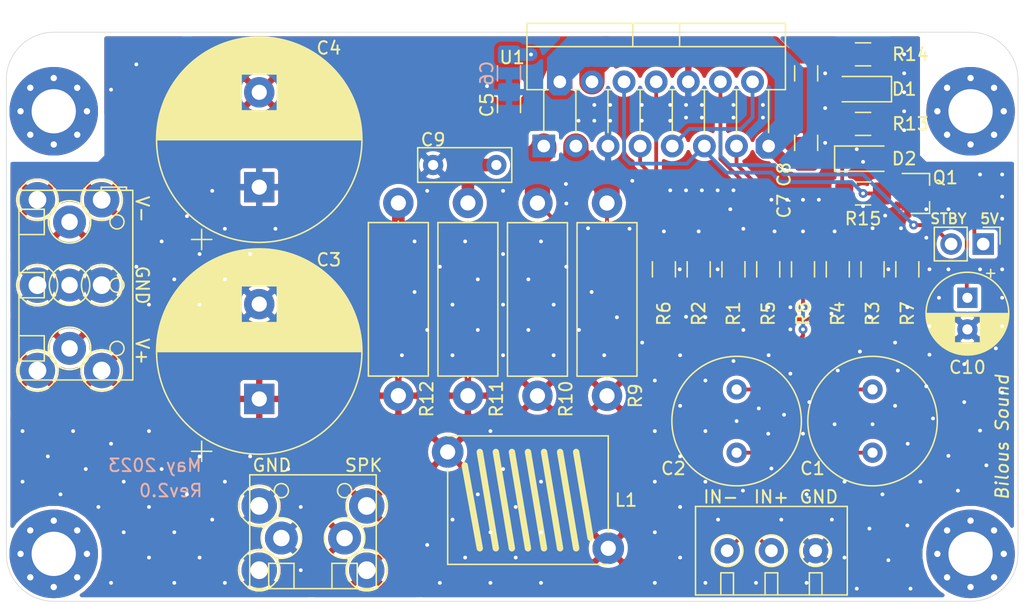
<source format=kicad_pcb>
(kicad_pcb (version 20171130) (host pcbnew "(5.1.6-0)")
  (layers (0 F.Cu signal) (31 B.Cu signal) (34 B.Paste user) (35 F.Paste user) (36 B.SilkS user) (37 F.SilkS user) (38 B.Mask user) (39 F.Mask user) (44 Edge.Cuts user))
  (net 0 "")
  (net 1 /IN+)
  (net 2 "Net-(C1-Pad1)")
  (net 3 /IN-)
  (net 4 "Net-(C2-Pad1)")
  (net 5 GND)
  (net 6 VCC)
  (net 7 VEE)
  (net 8 "Net-(C9-Pad1)")
  (net 9 SPK)
  (net 10 /OUT)
  (net 11 /U1AIN+)
  (net 12 /U1AIN-)
  (net 13 /U1BIN+)
  (net 14 /U1BIN-)
  (net 15 /U1AOUT)
  (net 16 /U1BOUT)
  (net 17 MUTE)
  (net 18 STBY)
  (net 19 /GATE)
  (net 20 /5V_ZENER)
  (module Package_TO_SOT_SMD:SOT-23 (layer F.Cu) (at 149.75 67.75)
    (fp_text reference Q1 (at 2 -1.25) (layer F.SilkS))
    (fp_text value 2N7002)
    (pad 3 smd rect (at 1 0) (size 0.9 0.8) (layers F.Cu F.Paste F.Mask) (net 17 MUTE))
    (pad 2 smd rect (at -1 0.95) (size 0.9 0.8) (layers F.Cu F.Paste F.Mask) (net 5 GND))
    (pad 1 smd rect (at -1 -0.95) (size 0.9 0.8) (layers F.Cu F.Paste F.Mask) (net 19 /GATE))
  )
  (module Diode_SMD:D_SOD-123 (layer F.Cu) (at 145.25 65)
    (fp_text reference D2 (at 3.25 0) (layer F.SilkS))
    (fp_text value 1N4148W)
    (pad 2 smd rect (at 1.65 0) (size 0.9 1.2) (layers F.Cu F.Paste F.Mask) (net 19 /GATE))
    (pad 1 smd rect (at -1.65 0) (size 0.9 1.2) (layers F.Cu F.Paste F.Mask) (net 6 VCC))
  )
  (module Resistor_SMD:R_1206_3216Metric_Pad1.42x1.75mm_HandSolder (layer F.Cu) (at 145.25 67.75 180)
    (fp_text reference R15 (at 0 -2) (layer F.SilkS))
    (fp_text value 10K)
    (pad 2 smd roundrect (at 1.4875 0 180) (size 1.425 1.75) (layers F.Cu F.Paste F.Mask) (roundrect_rratio 0.175439) (net 6 VCC))
    (pad 1 smd roundrect (at -1.4875 0 180) (size 1.425 1.75) (layers F.Cu F.Paste F.Mask) (roundrect_rratio 0.175439) (net 17 MUTE))
  )
  (module Resistor_SMD:R_1206_3216Metric_Pad1.42x1.75mm_HandSolder (layer F.Cu) (at 145.25 56.75)
    (fp_text reference R14 (at 3.75 0) (layer F.SilkS))
    (fp_text value 100K)
    (pad 2 smd roundrect (at 1.4875 0) (size 1.425 1.75) (layers F.Cu F.Paste F.Mask) (roundrect_rratio 0.175439) (net 20 /5V_ZENER))
    (pad 1 smd roundrect (at -1.4875 0) (size 1.425 1.75) (layers F.Cu F.Paste F.Mask) (roundrect_rratio 0.175439) (net 19 /GATE))
  )
  (module Resistor_SMD:R_1206_3216Metric_Pad1.42x1.75mm_HandSolder (layer F.Cu) (at 145.25 62.25 180)
    (fp_text reference R13 (at -3.75 0) (layer F.SilkS))
    (fp_text value 10K)
    (pad 2 smd roundrect (at 1.4875 0 180) (size 1.425 1.75) (layers F.Cu F.Paste F.Mask) (roundrect_rratio 0.175439) (net 6 VCC))
    (pad 1 smd roundrect (at -1.4875 0 180) (size 1.425 1.75) (layers F.Cu F.Paste F.Mask) (roundrect_rratio 0.175439) (net 20 /5V_ZENER))
  )
  (module Connector_PinHeader_2.54mm:PinHeader_1x02_P2.54mm_Vertical (layer F.Cu) (at 154.75 71.75 270)
    (fp_text reference J9)
    (fp_text value STBY)
    (pad 2 thru_hole oval (at 0 2.54 270) (size 1.7 1.7) (drill 1) (layers *.Cu *.Mask) (net 18 STBY))
    (pad 1 thru_hole rect (at 0 0 270) (size 1.7 1.7) (drill 1) (layers *.Cu *.Mask) (net 20 /5V_ZENER))
  )
  (module Diode_SMD:D_SOD-123 (layer F.Cu) (at 145.25 59.5 180)
    (fp_text reference D1 (at -3.25 0) (layer F.SilkS))
    (fp_text value BZT52Bxx)
    (pad 2 smd rect (at 1.65 0 180) (size 0.9 1.2) (layers F.Cu F.Paste F.Mask) (net 5 GND))
    (pad 1 smd rect (at -1.65 0 180) (size 0.9 1.2) (layers F.Cu F.Paste F.Mask) (net 20 /5V_ZENER))
  )
  (module Capacitor_THT:CP_Radial_D6.3mm_P2.50mm (layer F.Cu) (at 153.5 76 270)
    (fp_text reference C10 (at 5.5 0 180) (layer F.SilkS))
    (fp_text value 22uF)
    (pad 2 thru_hole circle (at 2.5 0 270) (size 1.6 1.6) (drill 0.8) (layers *.Cu *.Mask) (net 5 GND))
    (pad 1 thru_hole rect (at 0 0 270) (size 1.6 1.6) (drill 0.8) (layers *.Cu *.Mask) (net 19 /GATE))
  )
  (module Resistor_SMD:R_1206_3216Metric_Pad1.42x1.75mm_HandSolder (layer F.Cu) (at 143.25 73.75 270)
    (fp_text reference R4 (at 3.5 0 90) (layer F.SilkS))
    (fp_text value "2K 0.1%")
    (pad 2 smd roundrect (at 1.4875 0 270) (size 1.425 1.75) (layers F.Cu F.Paste F.Mask) (roundrect_rratio 0.175439) (net 4 "Net-(C2-Pad1)"))
    (pad 1 smd roundrect (at -1.4875 0 270) (size 1.425 1.75) (layers F.Cu F.Paste F.Mask) (roundrect_rratio 0.175439) (net 14 /U1BIN-))
  )
  (module local_lib_footprints:TerminalBlock_CUI_01x02_P5.00mm (layer F.Cu) (at 101.75 95)
    (fp_text reference J2)
    (fp_text value OUTPUT)
    (pad 2 thru_hole circle (at 2.5 0) (size 2.6 2.6) (drill 1.3) (layers *.Cu *.Mask) (net 9 SPK))
    (pad 1 thru_hole circle (at -2.5 0) (size 2.6 2.6) (drill 1.3) (layers *.Cu *.Mask) (net 5 GND))
  )
  (module Resistor_THT:R_Axial_DIN0414_L11.9mm_D4.5mm_P15.24mm_Horizontal (layer F.Cu) (at 125 83.75 90)
    (fp_text reference R9 (at 0 2.25 90) (layer F.SilkS))
    (fp_text value "0R1 2W")
    (pad 2 thru_hole oval (at 15.24 0 90) (size 2.4 2.4) (drill 1.2) (layers *.Cu *.Mask) (net 15 /U1AOUT))
    (pad 1 thru_hole circle (at 0 0 90) (size 2.4 2.4) (drill 1.2) (layers *.Cu *.Mask) (net 10 /OUT))
  )
  (module MountingHole:MountingHole_3.5mm_Pad_Via (layer F.Cu) (at 153.75 96.25)
    (fp_text reference H4)
    (fp_text value MountingHole)
    (pad 1 thru_hole circle (at 1.856155 -1.856155) (size 0.8 0.8) (drill 0.5) (layers *.Cu *.Mask))
    (pad 1 thru_hole circle (at 0 -2.625) (size 0.8 0.8) (drill 0.5) (layers *.Cu *.Mask))
    (pad 1 thru_hole circle (at -1.856155 -1.856155) (size 0.8 0.8) (drill 0.5) (layers *.Cu *.Mask))
    (pad 1 thru_hole circle (at -2.625 0) (size 0.8 0.8) (drill 0.5) (layers *.Cu *.Mask))
    (pad 1 thru_hole circle (at -1.856155 1.856155) (size 0.8 0.8) (drill 0.5) (layers *.Cu *.Mask))
    (pad 1 thru_hole circle (at 0 2.625) (size 0.8 0.8) (drill 0.5) (layers *.Cu *.Mask))
    (pad 1 thru_hole circle (at 1.856155 1.856155) (size 0.8 0.8) (drill 0.5) (layers *.Cu *.Mask))
    (pad 1 thru_hole circle (at 2.625 0) (size 0.8 0.8) (drill 0.5) (layers *.Cu *.Mask))
    (pad 1 thru_hole circle (at 0 0) (size 7 7) (drill 3.5) (layers *.Cu *.Mask))
  )
  (module MountingHole:MountingHole_3.5mm_Pad_Via (layer F.Cu) (at 153.75 61.25)
    (fp_text reference H3)
    (fp_text value MountingHole)
    (pad 1 thru_hole circle (at 1.856155 -1.856155) (size 0.8 0.8) (drill 0.5) (layers *.Cu *.Mask))
    (pad 1 thru_hole circle (at 0 -2.625) (size 0.8 0.8) (drill 0.5) (layers *.Cu *.Mask))
    (pad 1 thru_hole circle (at -1.856155 -1.856155) (size 0.8 0.8) (drill 0.5) (layers *.Cu *.Mask))
    (pad 1 thru_hole circle (at -2.625 0) (size 0.8 0.8) (drill 0.5) (layers *.Cu *.Mask))
    (pad 1 thru_hole circle (at -1.856155 1.856155) (size 0.8 0.8) (drill 0.5) (layers *.Cu *.Mask))
    (pad 1 thru_hole circle (at 0 2.625) (size 0.8 0.8) (drill 0.5) (layers *.Cu *.Mask))
    (pad 1 thru_hole circle (at 1.856155 1.856155) (size 0.8 0.8) (drill 0.5) (layers *.Cu *.Mask))
    (pad 1 thru_hole circle (at 2.625 0) (size 0.8 0.8) (drill 0.5) (layers *.Cu *.Mask))
    (pad 1 thru_hole circle (at 0 0) (size 7 7) (drill 3.5) (layers *.Cu *.Mask))
  )
  (module MountingHole:MountingHole_3.5mm_Pad_Via (layer F.Cu) (at 81.25 61.25)
    (fp_text reference H2)
    (fp_text value MountingHole)
    (pad 1 thru_hole circle (at 1.856155 -1.856155) (size 0.8 0.8) (drill 0.5) (layers *.Cu *.Mask))
    (pad 1 thru_hole circle (at 0 -2.625) (size 0.8 0.8) (drill 0.5) (layers *.Cu *.Mask))
    (pad 1 thru_hole circle (at -1.856155 -1.856155) (size 0.8 0.8) (drill 0.5) (layers *.Cu *.Mask))
    (pad 1 thru_hole circle (at -2.625 0) (size 0.8 0.8) (drill 0.5) (layers *.Cu *.Mask))
    (pad 1 thru_hole circle (at -1.856155 1.856155) (size 0.8 0.8) (drill 0.5) (layers *.Cu *.Mask))
    (pad 1 thru_hole circle (at 0 2.625) (size 0.8 0.8) (drill 0.5) (layers *.Cu *.Mask))
    (pad 1 thru_hole circle (at 1.856155 1.856155) (size 0.8 0.8) (drill 0.5) (layers *.Cu *.Mask))
    (pad 1 thru_hole circle (at 2.625 0) (size 0.8 0.8) (drill 0.5) (layers *.Cu *.Mask))
    (pad 1 thru_hole circle (at 0 0) (size 7 7) (drill 3.5) (layers *.Cu *.Mask))
  )
  (module MountingHole:MountingHole_3.5mm_Pad_Via (layer F.Cu) (at 81.25 96.25)
    (fp_text reference H1)
    (fp_text value MountingHole)
    (pad 1 thru_hole circle (at 1.856155 -1.856155) (size 0.8 0.8) (drill 0.5) (layers *.Cu *.Mask))
    (pad 1 thru_hole circle (at 0 -2.625) (size 0.8 0.8) (drill 0.5) (layers *.Cu *.Mask))
    (pad 1 thru_hole circle (at -1.856155 -1.856155) (size 0.8 0.8) (drill 0.5) (layers *.Cu *.Mask))
    (pad 1 thru_hole circle (at -2.625 0) (size 0.8 0.8) (drill 0.5) (layers *.Cu *.Mask))
    (pad 1 thru_hole circle (at -1.856155 1.856155) (size 0.8 0.8) (drill 0.5) (layers *.Cu *.Mask))
    (pad 1 thru_hole circle (at 0 2.625) (size 0.8 0.8) (drill 0.5) (layers *.Cu *.Mask))
    (pad 1 thru_hole circle (at 1.856155 1.856155) (size 0.8 0.8) (drill 0.5) (layers *.Cu *.Mask))
    (pad 1 thru_hole circle (at 2.625 0) (size 0.8 0.8) (drill 0.5) (layers *.Cu *.Mask))
    (pad 1 thru_hole circle (at 0 0) (size 7 7) (drill 3.5) (layers *.Cu *.Mask))
  )
  (module Package_TO_SOT_THT:TO-220-15_P2.54x2.54mm_StaggerOdd_Lead4.58mm_Vertical (layer F.Cu) (at 120 64)
    (fp_text reference U1 (at -2.5 -7) (layer F.SilkS))
    (fp_text value LM1876)
    (pad 15 thru_hole oval (at 17.78 0) (size 1.8 1.8) (drill 1) (layers *.Cu *.Mask) (net 6 VCC))
    (pad 14 thru_hole oval (at 16.51 -5.08) (size 1.8 1.8) (drill 1) (layers *.Cu *.Mask) (net 18 STBY))
    (pad 13 thru_hole oval (at 15.24 0) (size 1.8 1.8) (drill 1) (layers *.Cu *.Mask) (net 13 /U1BIN+))
    (pad 12 thru_hole oval (at 13.97 -5.08) (size 1.8 1.8) (drill 1) (layers *.Cu *.Mask) (net 14 /U1BIN-))
    (pad 11 thru_hole oval (at 12.7 0) (size 1.8 1.8) (drill 1) (layers *.Cu *.Mask) (net 17 MUTE))
    (pad 10 thru_hole oval (at 11.43 -5.08) (size 1.8 1.8) (drill 1) (layers *.Cu *.Mask) (net 5 GND))
    (pad 9 thru_hole oval (at 10.16 0) (size 1.8 1.8) (drill 1) (layers *.Cu *.Mask) (net 18 STBY))
    (pad 8 thru_hole oval (at 8.89 -5.08) (size 1.8 1.8) (drill 1) (layers *.Cu *.Mask) (net 11 /U1AIN+))
    (pad 7 thru_hole oval (at 7.62 0) (size 1.8 1.8) (drill 1) (layers *.Cu *.Mask) (net 12 /U1AIN-))
    (pad 6 thru_hole oval (at 6.35 -5.08) (size 1.8 1.8) (drill 1) (layers *.Cu *.Mask) (net 17 MUTE))
    (pad 5 thru_hole oval (at 5.08 0) (size 1.8 1.8) (drill 1) (layers *.Cu *.Mask) (net 5 GND))
    (pad 4 thru_hole oval (at 3.81 -5.08) (size 1.8 1.8) (drill 1) (layers *.Cu *.Mask) (net 7 VEE))
    (pad 3 thru_hole oval (at 2.54 0) (size 1.8 1.8) (drill 1) (layers *.Cu *.Mask) (net 15 /U1AOUT))
    (pad 2 thru_hole oval (at 1.27 -5.08) (size 1.8 1.8) (drill 1) (layers *.Cu *.Mask) (net 6 VCC))
    (pad 1 thru_hole rect (at 0 0) (size 1.8 1.8) (drill 1) (layers *.Cu *.Mask) (net 16 /U1BOUT))
  )
  (module Resistor_THT:R_Axial_DIN0414_L11.9mm_D4.5mm_P15.24mm_Horizontal (layer F.Cu) (at 108.5 68.5 270)
    (fp_text reference R12 (at 15.5 -2.25 90) (layer F.SilkS))
    (fp_text value "10R 2W")
    (pad 2 thru_hole oval (at 15.24 0 270) (size 2.4 2.4) (drill 1.2) (layers *.Cu *.Mask) (net 10 /OUT))
    (pad 1 thru_hole circle (at 0 0 270) (size 2.4 2.4) (drill 1.2) (layers *.Cu *.Mask) (net 9 SPK))
  )
  (module Resistor_THT:R_Axial_DIN0414_L11.9mm_D4.5mm_P15.24mm_Horizontal (layer F.Cu) (at 114 68.5 270)
    (fp_text reference R11 (at 15.5 -2.25 90) (layer F.SilkS))
    (fp_text value "4R7 2W")
    (pad 2 thru_hole oval (at 15.24 0 270) (size 2.4 2.4) (drill 1.2) (layers *.Cu *.Mask) (net 10 /OUT))
    (pad 1 thru_hole circle (at 0 0 270) (size 2.4 2.4) (drill 1.2) (layers *.Cu *.Mask) (net 8 "Net-(C9-Pad1)"))
  )
  (module Resistor_THT:R_Axial_DIN0414_L11.9mm_D4.5mm_P15.24mm_Horizontal (layer F.Cu) (at 119.5 83.75 90)
    (fp_text reference R10 (at -0.25 2.25 90) (layer F.SilkS))
    (fp_text value "0R1 2W")
    (pad 2 thru_hole oval (at 15.24 0 90) (size 2.4 2.4) (drill 1.2) (layers *.Cu *.Mask) (net 16 /U1BOUT))
    (pad 1 thru_hole circle (at 0 0 90) (size 2.4 2.4) (drill 1.2) (layers *.Cu *.Mask) (net 10 /OUT))
  )
  (module Resistor_SMD:R_1206_3216Metric_Pad1.42x1.75mm_HandSolder (layer F.Cu) (at 140.5 73.75 90)
    (fp_text reference R8 (at -3.5 0 90) (layer F.SilkS))
    (fp_text value "20K 0.1%")
    (pad 2 smd roundrect (at 1.4875 0 90) (size 1.425 1.75) (layers F.Cu F.Paste F.Mask) (roundrect_rratio 0.175439) (net 14 /U1BIN-))
    (pad 1 smd roundrect (at -1.4875 0 90) (size 1.425 1.75) (layers F.Cu F.Paste F.Mask) (roundrect_rratio 0.175439) (net 16 /U1BOUT))
  )
  (module Resistor_SMD:R_1206_3216Metric_Pad1.42x1.75mm_HandSolder (layer F.Cu) (at 148.75 73.75 90)
    (fp_text reference R7 (at -3.5 0 90) (layer F.SilkS))
    (fp_text value "20K 0.1%")
    (pad 2 smd roundrect (at 1.4875 0 90) (size 1.425 1.75) (layers F.Cu F.Paste F.Mask) (roundrect_rratio 0.175439) (net 13 /U1BIN+))
    (pad 1 smd roundrect (at -1.4875 0 90) (size 1.425 1.75) (layers F.Cu F.Paste F.Mask) (roundrect_rratio 0.175439) (net 5 GND))
  )
  (module Resistor_SMD:R_1206_3216Metric_Pad1.42x1.75mm_HandSolder (layer F.Cu) (at 129.5 73.75 90)
    (fp_text reference R6 (at -3.5 0 90) (layer F.SilkS))
    (fp_text value "20K 0.1%")
    (pad 2 smd roundrect (at 1.4875 0 90) (size 1.425 1.75) (layers F.Cu F.Paste F.Mask) (roundrect_rratio 0.175439) (net 12 /U1AIN-))
    (pad 1 smd roundrect (at -1.4875 0 90) (size 1.425 1.75) (layers F.Cu F.Paste F.Mask) (roundrect_rratio 0.175439) (net 15 /U1AOUT))
  )
  (module Resistor_SMD:R_1206_3216Metric_Pad1.42x1.75mm_HandSolder (layer F.Cu) (at 137.75 73.75 90)
    (fp_text reference R5 (at -3.5 0 90) (layer F.SilkS))
    (fp_text value "20K 0.1%")
    (pad 2 smd roundrect (at 1.4875 0 90) (size 1.425 1.75) (layers F.Cu F.Paste F.Mask) (roundrect_rratio 0.175439) (net 11 /U1AIN+))
    (pad 1 smd roundrect (at -1.4875 0 90) (size 1.425 1.75) (layers F.Cu F.Paste F.Mask) (roundrect_rratio 0.175439) (net 5 GND))
  )
  (module Resistor_SMD:R_1206_3216Metric_Pad1.42x1.75mm_HandSolder (layer F.Cu) (at 146 73.75 270)
    (fp_text reference R3 (at 3.5 0 90) (layer F.SilkS))
    (fp_text value "2K 0.1%")
    (pad 2 smd roundrect (at 1.4875 0 270) (size 1.425 1.75) (layers F.Cu F.Paste F.Mask) (roundrect_rratio 0.175439) (net 2 "Net-(C1-Pad1)"))
    (pad 1 smd roundrect (at -1.4875 0 270) (size 1.425 1.75) (layers F.Cu F.Paste F.Mask) (roundrect_rratio 0.175439) (net 13 /U1BIN+))
  )
  (module Resistor_SMD:R_1206_3216Metric_Pad1.42x1.75mm_HandSolder (layer F.Cu) (at 132.25 73.75 270)
    (fp_text reference R2 (at 3.5 0 90) (layer F.SilkS))
    (fp_text value "2K 0.1%")
    (pad 2 smd roundrect (at 1.4875 0 270) (size 1.425 1.75) (layers F.Cu F.Paste F.Mask) (roundrect_rratio 0.175439) (net 4 "Net-(C2-Pad1)"))
    (pad 1 smd roundrect (at -1.4875 0 270) (size 1.425 1.75) (layers F.Cu F.Paste F.Mask) (roundrect_rratio 0.175439) (net 12 /U1AIN-))
  )
  (module Resistor_SMD:R_1206_3216Metric_Pad1.42x1.75mm_HandSolder (layer F.Cu) (at 135 73.75 270)
    (fp_text reference R1 (at 3.5 0 90) (layer F.SilkS))
    (fp_text value "2K 0.1%")
    (pad 2 smd roundrect (at 1.4875 0 270) (size 1.425 1.75) (layers F.Cu F.Paste F.Mask) (roundrect_rratio 0.175439) (net 2 "Net-(C1-Pad1)"))
    (pad 1 smd roundrect (at -1.4875 0 270) (size 1.425 1.75) (layers F.Cu F.Paste F.Mask) (roundrect_rratio 0.175439) (net 11 /U1AIN+))
  )
  (module local_lib_footprints:Inductor_DIY_flipped (layer F.Cu) (at 118.75 92 180)
    (fp_text reference L1 (at -7.75 0) (layer F.SilkS))
    (fp_text value L)
    (pad 2 thru_hole circle (at 6.35 3.81 180) (size 2.5 2.5) (drill 1.2) (layers *.Cu *.Mask) (net 9 SPK))
    (pad 1 thru_hole circle (at -6.35 -3.81 180) (size 2.5 2.5) (drill 1.2) (layers *.Cu *.Mask) (net 10 /OUT))
  )
  (module local_lib_footprints:Terminal_.25_PCB_TAB_TE_Connectivity_P5.08mm_ (layer F.Cu) (at 82.5 81.75)
    (fp_text reference J8)
    (fp_text value VCC)
    (pad 1 thru_hole circle (at 2.54 0) (size 2.8 2.8) (drill 1.4) (layers *.Cu *.Mask) (net 6 VCC))
    (pad 1 thru_hole circle (at -2.54 0) (size 2.8 2.8) (drill 1.4) (layers *.Cu *.Mask) (net 6 VCC))
  )
  (module local_lib_footprints:Terminal_.25_PCB_TAB_TE_Connectivity_P5.08mm_ (layer F.Cu) (at 82.5 75)
    (fp_text reference J7)
    (fp_text value GND)
    (pad 1 thru_hole circle (at 2.54 0) (size 2.8 2.8) (drill 1.4) (layers *.Cu *.Mask) (net 5 GND))
    (pad 1 thru_hole circle (at -2.54 0) (size 2.8 2.8) (drill 1.4) (layers *.Cu *.Mask) (net 5 GND))
  )
  (module local_lib_footprints:Terminal_.25_PCB_TAB_TE_Connectivity_P5.08mm_ (layer F.Cu) (at 82.5 68.25)
    (fp_text reference J6)
    (fp_text value VEE)
    (pad 1 thru_hole circle (at 2.54 0) (size 2.8 2.8) (drill 1.4) (layers *.Cu *.Mask) (net 7 VEE))
    (pad 1 thru_hole circle (at -2.54 0) (size 2.8 2.8) (drill 1.4) (layers *.Cu *.Mask) (net 7 VEE))
  )
  (module local_lib_footprints:Terminal_.25_PCB_TAB_TE_Connectivity_P5.08mm_ (layer F.Cu) (at 97.5 95 90)
    (fp_text reference J5)
    (fp_text value GND)
    (pad 1 thru_hole circle (at 2.54 0 90) (size 2.8 2.8) (drill 1.4) (layers *.Cu *.Mask) (net 5 GND))
    (pad 1 thru_hole circle (at -2.54 0 90) (size 2.8 2.8) (drill 1.4) (layers *.Cu *.Mask) (net 5 GND))
  )
  (module local_lib_footprints:Terminal_.25_PCB_TAB_TE_Connectivity_P5.08mm_ (layer F.Cu) (at 106 95 90)
    (fp_text reference J4)
    (fp_text value SPK)
    (pad 1 thru_hole circle (at 2.54 0 90) (size 2.8 2.8) (drill 1.4) (layers *.Cu *.Mask) (net 9 SPK))
    (pad 1 thru_hole circle (at -2.54 0 90) (size 2.8 2.8) (drill 1.4) (layers *.Cu *.Mask) (net 9 SPK))
  )
  (module local_lib_footprints:TerminalBlock_CUI_01x03_P5.00mm (layer F.Cu) (at 82.5 75 270)
    (fp_text reference J3)
    (fp_text value POWER)
    (pad 3 thru_hole circle (at 5 0 270) (size 2.6 2.6) (drill 1.3) (layers *.Cu *.Mask) (net 6 VCC))
    (pad 2 thru_hole circle (at 0 0 270) (size 2.6 2.6) (drill 1.3) (layers *.Cu *.Mask) (net 5 GND))
    (pad 1 thru_hole circle (at -5 0 270) (size 2.6 2.6) (drill 1.3) (layers *.Cu *.Mask) (net 7 VEE))
  )
  (module "local_lib_footprints:TerminalBlock_ Amphenol_01_03_P3.50mm" (layer F.Cu) (at 138 96)
    (fp_text reference J1)
    (fp_text value INPUT)
    (pad 3 thru_hole circle (at 3.5 0) (size 2 2) (drill 1) (layers *.Cu *.Mask) (net 5 GND))
    (pad 2 thru_hole circle (at 0 0) (size 2 2) (drill 1) (layers *.Cu *.Mask) (net 1 /IN+))
    (pad 1 thru_hole circle (at -3.5 0) (size 2 2) (drill 1) (layers *.Cu *.Mask) (net 3 /IN-))
  )
  (module Capacitor_THT:C_Rect_L7.2mm_W2.5mm_P5.00mm_FKS2_FKP2_MKS2_MKP2 (layer F.Cu) (at 116.25 65.5 180)
    (fp_text reference C9 (at 5 2) (layer F.SilkS))
    (fp_text value 0.1uF)
    (pad 2 thru_hole circle (at 5 0 180) (size 1.6 1.6) (drill 0.8) (layers *.Cu *.Mask) (net 5 GND))
    (pad 1 thru_hole circle (at 0 0 180) (size 1.6 1.6) (drill 0.8) (layers *.Cu *.Mask) (net 8 "Net-(C9-Pad1)"))
  )
  (module Capacitor_SMD:C_1206_3216Metric_Pad1.42x1.75mm_HandSolder (layer F.Cu) (at 140.75 58.25 270)
    (fp_text reference C8 (at 8 1.75 90) (layer F.SilkS))
    (fp_text value 1uF)
    (pad 2 smd roundrect (at 1.4875 0 270) (size 1.425 1.75) (layers F.Cu F.Paste F.Mask) (roundrect_rratio 0.175439) (net 5 GND))
    (pad 1 smd roundrect (at -1.4875 0 270) (size 1.425 1.75) (layers F.Cu F.Paste F.Mask) (roundrect_rratio 0.175439) (net 7 VEE))
  )
  (module Capacitor_SMD:C_1206_3216Metric_Pad1.42x1.75mm_HandSolder (layer F.Cu) (at 140.75 63.75 270)
    (fp_text reference C7 (at 5 1.75 90) (layer F.SilkS))
    (fp_text value 1uF)
    (pad 2 smd roundrect (at 1.4875 0 270) (size 1.425 1.75) (layers F.Cu F.Paste F.Mask) (roundrect_rratio 0.175439) (net 6 VCC))
    (pad 1 smd roundrect (at -1.4875 0 270) (size 1.425 1.75) (layers F.Cu F.Paste F.Mask) (roundrect_rratio 0.175439) (net 5 GND))
  )
  (module Capacitor_SMD:C_1206_3216Metric_Pad1.42x1.75mm_HandSolder (layer B.Cu) (at 117.25 58.25 270)
    (fp_text reference C6 (at 0 1.75 270) (layer B.SilkS) (effects (justify mirror)))
    (fp_text value 1uF)
    (pad 2 smd roundrect (at 1.4875 0 270) (size 1.425 1.75) (layers B.Cu B.Paste B.Mask) (roundrect_rratio 0.175439) (net 5 GND))
    (pad 1 smd roundrect (at -1.4875 0 270) (size 1.425 1.75) (layers B.Cu B.Paste B.Mask) (roundrect_rratio 0.175439) (net 7 VEE))
  )
  (module Capacitor_SMD:C_1206_3216Metric_Pad1.42x1.75mm_HandSolder (layer F.Cu) (at 117.25 60.75 270)
    (fp_text reference C5 (at 0 1.75 90) (layer F.SilkS))
    (fp_text value 1uF)
    (pad 2 smd roundrect (at 1.4875 0 270) (size 1.425 1.75) (layers F.Cu F.Paste F.Mask) (roundrect_rratio 0.175439) (net 6 VCC))
    (pad 1 smd roundrect (at -1.4875 0 270) (size 1.425 1.75) (layers F.Cu F.Paste F.Mask) (roundrect_rratio 0.175439) (net 5 GND))
  )
  (module Capacitor_THT:CP_Radial_D16.0mm_P7.50mm (layer F.Cu) (at 97.5 67.25 90)
    (fp_text reference C4 (at 11 5.5 180) (layer F.SilkS))
    (fp_text value 1000uF)
    (pad 2 thru_hole circle (at 7.5 0 90) (size 2.4 2.4) (drill 1.2) (layers *.Cu *.Mask) (net 7 VEE))
    (pad 1 thru_hole rect (at 0 0 90) (size 2.4 2.4) (drill 1.2) (layers *.Cu *.Mask) (net 5 GND))
  )
  (module Capacitor_THT:CP_Radial_D16.0mm_P7.50mm (layer F.Cu) (at 97.5 84 90)
    (fp_text reference C3 (at 11 5.5 180) (layer F.SilkS))
    (fp_text value 1000uF)
    (pad 2 thru_hole circle (at 7.5 0 90) (size 2.4 2.4) (drill 1.2) (layers *.Cu *.Mask) (net 5 GND))
    (pad 1 thru_hole rect (at 0 0 90) (size 2.4 2.4) (drill 1.2) (layers *.Cu *.Mask) (net 6 VCC))
  )
  (module Capacitor_THT:C_Radial_D10.0mm_H16.0mm_P5.00mm (layer F.Cu) (at 135.25 83.25 270)
    (fp_text reference C2 (at 6.25 5 180) (layer F.SilkS))
    (fp_text value "100uF NP")
    (pad 2 thru_hole circle (at 5 0 270) (size 1.6 1.6) (drill 0.8) (layers *.Cu *.Mask) (net 3 /IN-))
    (pad 1 thru_hole circle (at 0 0 270) (size 1.6 1.6) (drill 0.8) (layers *.Cu *.Mask) (net 4 "Net-(C2-Pad1)"))
  )
  (module Capacitor_THT:C_Radial_D10.0mm_H16.0mm_P5.00mm (layer F.Cu) (at 146 83.25 270)
    (fp_text reference C1 (at 6.25 4.75 180) (layer F.SilkS))
    (fp_text value "100uF NP")
    (pad 2 thru_hole circle (at 5 0 270) (size 1.6 1.6) (drill 0.8) (layers *.Cu *.Mask) (net 1 /IN+))
    (pad 1 thru_hole circle (at 0 0 270) (size 1.6 1.6) (drill 0.8) (layers *.Cu *.Mask) (net 2 "Net-(C1-Pad1)"))
  )
  (gr_text 5V (at 155.25 69.75) (layer F.SilkS) (effects (font (size 0.8 0.8))))
  (gr_text Rev2.0 (at 90.5 91.25) (layer B.SilkS) (effects (font (size 1 1)) (justify mirror)))
  (gr_text "May 2023" (at 89.25 89.25) (layer B.SilkS) (effects (font (size 1 1)) (justify mirror)))
  (gr_text "Bilous Sound" (at 156.25 87 90) (layer F.SilkS) (effects (font (size 1 1) (thickness 0.15) italic)))
  (gr_text V+ (at 88.25 80.25 270) (layer F.SilkS) (effects (font (size 1 1))))
  (gr_text GND (at 88.25 75 270) (layer F.SilkS) (effects (font (size 1 1))))
  (gr_text V- (at 88.25 69 270) (layer F.SilkS) (effects (font (size 1 1))))
  (gr_text GND (at 98.5 89.25) (layer F.SilkS) (effects (font (size 1 1))))
  (gr_text "SPK\n" (at 105.75 89.25) (layer F.SilkS) (effects (font (size 1 1))))
  (gr_text GND (at 141.75 91.75) (layer F.SilkS) (effects (font (size 1 1))))
  (gr_text "IN+\n" (at 138 91.75) (layer F.SilkS) (effects (font (size 1 1))))
  (gr_text IN- (at 134 91.75) (layer F.SilkS) (effects (font (size 1 1))))
  (gr_text "STBY\n" (at 152 69.75) (layer F.SilkS) (effects (font (size 0.8 0.8))))
  (gr_arc (start 153.75 58.75) (end 157.5 58.75) (angle -90) (layer Edge.Cuts) (width 0.05))
  (gr_arc (start 153.75 96.25) (end 153.75 100) (angle -90) (layer Edge.Cuts) (width 0.05))
  (gr_arc (start 81.25 96.25) (end 77.5 96.25) (angle -90) (layer Edge.Cuts) (width 0.05))
  (gr_arc (start 81.25 58.75) (end 81.25 55) (angle -90) (layer Edge.Cuts) (width 0.05))
  (gr_line (start 77.5 96.25) (end 77.5 58.75) (layer Edge.Cuts) (width 0.05))
  (gr_line (start 157.5 58.75) (end 157.5 96.25) (layer Edge.Cuts) (width 0.05))
  (gr_line (start 81.25 100) (end 153.75 100) (layer Edge.Cuts) (width 0.05))
  (gr_line (start 81.25 55) (end 153.75 55) (layer Edge.Cuts) (width 0.05))
  (segment (start 136.60001 94.60001) (end 138 96) (width 0.3) (layer F.Cu) (net 1))
  (segment (start 140.850009 88.649991) (end 140.850009 89.649991) (width 0.3) (layer F.Cu) (net 1))
  (segment (start 136.60001 93.89999) (end 136.60001 94.60001) (width 0.3) (layer F.Cu) (net 1))
  (segment (start 141.25 88.25) (end 140.850009 88.649991) (width 0.3) (layer F.Cu) (net 1))
  (segment (start 140.850009 89.649991) (end 136.60001 93.89999) (width 0.3) (layer F.Cu) (net 1))
  (segment (start 146 88.25) (end 141.25 88.25) (width 0.3) (layer F.Cu) (net 1))
  (segment (start 146 75.2375) (end 144.5125 73.75) (width 0.3) (layer F.Cu) (net 2))
  (segment (start 136.4875 73.75) (end 135 75.2375) (width 0.3) (layer F.Cu) (net 2))
  (segment (start 144.5125 73.75) (end 136.4875 73.75) (width 0.3) (layer F.Cu) (net 2))
  (segment (start 146 75.25) (end 146 75.2375) (width 0.3) (layer F.Cu) (net 2))
  (segment (start 144.850009 78.290632) (end 144.85001 76.39999) (width 0.3) (layer F.Cu) (net 2))
  (segment (start 141.35001 82.60001) (end 141.35001 81.790631) (width 0.3) (layer F.Cu) (net 2))
  (segment (start 142 83.25) (end 141.35001 82.60001) (width 0.3) (layer F.Cu) (net 2))
  (segment (start 141.35001 81.790631) (end 144.850009 78.290632) (width 0.3) (layer F.Cu) (net 2))
  (segment (start 144.85001 76.39999) (end 146 75.25) (width 0.3) (layer F.Cu) (net 2))
  (segment (start 146 83.25) (end 142 83.25) (width 0.3) (layer F.Cu) (net 2))
  (segment (start 136 94.5) (end 134.5 96) (width 0.3) (layer F.Cu) (net 3))
  (segment (start 135.25 88.25) (end 139.75 88.25) (width 0.3) (layer F.Cu) (net 3))
  (segment (start 139.75 88.25) (end 140.25 88.75) (width 0.3) (layer F.Cu) (net 3))
  (segment (start 140.25 88.75) (end 140.25 89.401458) (width 0.3) (layer F.Cu) (net 3))
  (segment (start 136 93.651458) (end 136 94) (width 0.3) (layer F.Cu) (net 3))
  (segment (start 140.25 89.401458) (end 136 93.651458) (width 0.3) (layer F.Cu) (net 3))
  (segment (start 136 94) (end 136 94.5) (width 0.3) (layer F.Cu) (net 3))
  (segment (start 143.25 75.2375) (end 143.25 75.25) (width 0.3) (layer F.Cu) (net 4))
  (segment (start 134.71251 77.70001) (end 132.25 75.2375) (width 0.3) (layer F.Cu) (net 4))
  (segment (start 140.79999 77.70001) (end 134.71251 77.70001) (width 0.3) (layer F.Cu) (net 4))
  (segment (start 143.25 75.25) (end 140.79999 77.70001) (width 0.3) (layer F.Cu) (net 4))
  (segment (start 144.25 76.25) (end 143.25 75.25) (width 0.3) (layer F.Cu) (net 4))
  (segment (start 144.25 78.042099) (end 144.25 76.25) (width 0.3) (layer F.Cu) (net 4))
  (segment (start 140.75 82.75) (end 140.75 81.542099) (width 0.3) (layer F.Cu) (net 4))
  (segment (start 140.25 83.25) (end 140.75 82.75) (width 0.3) (layer F.Cu) (net 4))
  (segment (start 140.75 81.542099) (end 144.25 78.042099) (width 0.3) (layer F.Cu) (net 4))
  (segment (start 135.25 83.25) (end 140.25 83.25) (width 0.3) (layer F.Cu) (net 4))
  (via (at 121.75 67) (size 0.7) (drill 0.3) (layers F.Cu B.Cu) (net 5))
  (segment (start 137.75 75.2375) (end 137.75 76.75) (width 1) (layer F.Cu) (net 5))
  (segment (start 148.75 75.2375) (end 148.75 76.75) (width 1) (layer F.Cu) (net 5))
  (segment (start 115.5125 59.2625) (end 115.5125 59.2625) (width 1) (layer F.Cu) (net 5))
  (segment (start 117.25 59.2625) (end 115.5125 59.2625) (width 1) (layer F.Cu) (net 5))
  (via (at 123.5 70.5) (size 0.7) (drill 0.3) (layers F.Cu B.Cu) (net 5))
  (via (at 131.25 77.5) (size 0.7) (drill 0.3) (layers F.Cu B.Cu) (net 5))
  (segment (start 137.75 76.75) (end 137.75 76.75) (width 1) (layer F.Cu) (net 5))
  (via (at 137.75 76.75) (size 0.7) (drill 0.3) (layers F.Cu B.Cu) (net 5))
  (via (at 127.75 60.75) (size 0.7) (drill 0.3) (layers F.Cu B.Cu) (net 5))
  (via (at 127.75 62) (size 0.7) (drill 0.3) (layers F.Cu B.Cu) (net 5))
  (via (at 130 60.75) (size 0.7) (drill 0.3) (layers F.Cu B.Cu) (net 5))
  (via (at 130 62) (size 0.7) (drill 0.3) (layers F.Cu B.Cu) (net 5))
  (via (at 131.25 60.75) (size 0.7) (drill 0.3) (layers F.Cu B.Cu) (net 5))
  (via (at 132.5 60.75) (size 0.7) (drill 0.3) (layers F.Cu B.Cu) (net 5))
  (via (at 132.5 61.75) (size 0.7) (drill 0.3) (layers F.Cu B.Cu) (net 5))
  (via (at 131.25 61.75) (size 0.7) (drill 0.3) (layers F.Cu B.Cu) (net 5))
  (via (at 137.33 60.75) (size 0.7) (drill 0.3) (layers F.Cu B.Cu) (net 5))
  (via (at 137.33 61.75) (size 0.7) (drill 0.3) (layers F.Cu B.Cu) (net 5))
  (via (at 135 61.75) (size 0.7) (drill 0.3) (layers F.Cu B.Cu) (net 5))
  (via (at 135 60.75) (size 0.7) (drill 0.3) (layers F.Cu B.Cu) (net 5))
  (via (at 125.25 60.75) (size 0.7) (drill 0.3) (layers F.Cu B.Cu) (net 5))
  (via (at 125.25 62) (size 0.7) (drill 0.3) (layers F.Cu B.Cu) (net 5))
  (via (at 124 60.75) (size 0.7) (drill 0.3) (layers F.Cu B.Cu) (net 5))
  (via (at 124 62) (size 0.7) (drill 0.3) (layers F.Cu B.Cu) (net 5))
  (via (at 122.75 62) (size 0.7) (drill 0.3) (layers F.Cu B.Cu) (net 5))
  (via (at 139.5 76.75) (size 0.7) (drill 0.3) (layers F.Cu B.Cu) (net 5))
  (via (at 139.5 78.50001) (size 0.7) (drill 0.3) (layers F.Cu B.Cu) (net 5))
  (segment (start 115.5125 59.2625) (end 115.5 59.25) (width 1) (layer F.Cu) (net 5))
  (via (at 115.5125 59.2625) (size 0.7) (drill 0.3) (layers F.Cu B.Cu) (net 5))
  (segment (start 148.75 76.75) (end 148.75 76.75) (width 1) (layer F.Cu) (net 5))
  (via (at 148.75 76.75) (size 0.7) (drill 0.3) (layers F.Cu B.Cu) (net 5))
  (via (at 78.782143 86.5425) (size 0.7) (drill 0.3) (layers F.Cu B.Cu) (net 5))
  (via (at 78.782143 90.5425) (size 0.7) (drill 0.3) (layers F.Cu B.Cu) (net 5))
  (via (at 80.782143 88.5425) (size 0.7) (drill 0.3) (layers F.Cu B.Cu) (net 5))
  (via (at 81.782143 91.5425) (size 0.7) (drill 0.3) (layers F.Cu B.Cu) (net 5))
  (via (at 82.782143 86.5425) (size 0.7) (drill 0.3) (layers F.Cu B.Cu) (net 5))
  (via (at 83.782143 89.5425) (size 0.7) (drill 0.3) (layers F.Cu B.Cu) (net 5))
  (via (at 84.782143 92.5425) (size 0.7) (drill 0.3) (layers F.Cu B.Cu) (net 5))
  (via (at 85.782143 59.5425) (size 0.7) (drill 0.3) (layers F.Cu B.Cu) (net 5))
  (via (at 85.782143 87.5425) (size 0.7) (drill 0.3) (layers F.Cu B.Cu) (net 5))
  (via (at 85.782143 98.5425) (size 0.7) (drill 0.3) (layers F.Cu B.Cu) (net 5))
  (via (at 86.782143 90.5425) (size 0.7) (drill 0.3) (layers F.Cu B.Cu) (net 5))
  (via (at 86.782143 94.5425) (size 0.7) (drill 0.3) (layers F.Cu B.Cu) (net 5))
  (via (at 87.782143 57.5425) (size 0.7) (drill 0.3) (layers F.Cu B.Cu) (net 5))
  (via (at 87.782143 73.5425) (size 0.7) (drill 0.3) (layers F.Cu B.Cu) (net 5))
  (via (at 88.782143 76.5425) (size 0.7) (drill 0.3) (layers F.Cu B.Cu) (net 5))
  (via (at 88.782143 86.5425) (size 0.7) (drill 0.3) (layers F.Cu B.Cu) (net 5))
  (via (at 88.782143 92.5425) (size 0.7) (drill 0.3) (layers F.Cu B.Cu) (net 5))
  (via (at 88.782143 96.5425) (size 0.7) (drill 0.3) (layers F.Cu B.Cu) (net 5))
  (via (at 89.782143 71.5425) (size 0.7) (drill 0.3) (layers F.Cu B.Cu) (net 5))
  (via (at 89.782143 89.5425) (size 0.7) (drill 0.3) (layers F.Cu B.Cu) (net 5))
  (via (at 90.782143 74.5425) (size 0.7) (drill 0.3) (layers F.Cu B.Cu) (net 5))
  (via (at 90.782143 94.5425) (size 0.7) (drill 0.3) (layers F.Cu B.Cu) (net 5))
  (via (at 90.782143 98.5425) (size 0.7) (drill 0.3) (layers F.Cu B.Cu) (net 5))
  (via (at 91.782143 69.5425) (size 0.7) (drill 0.3) (layers F.Cu B.Cu) (net 5))
  (via (at 91.782143 91.5425) (size 0.7) (drill 0.3) (layers F.Cu B.Cu) (net 5))
  (via (at 92.782143 72.5425) (size 0.7) (drill 0.3) (layers F.Cu B.Cu) (net 5))
  (via (at 92.782143 76.5425) (size 0.7) (drill 0.3) (layers F.Cu B.Cu) (net 5))
  (via (at 92.782143 88.5425) (size 0.7) (drill 0.3) (layers F.Cu B.Cu) (net 5))
  (via (at 92.782143 96.5425) (size 0.7) (drill 0.3) (layers F.Cu B.Cu) (net 5))
  (via (at 93.782143 67.5425) (size 0.7) (drill 0.3) (layers F.Cu B.Cu) (net 5))
  (via (at 93.782143 93.5425) (size 0.7) (drill 0.3) (layers F.Cu B.Cu) (net 5))
  (via (at 94.782143 70.5425) (size 0.7) (drill 0.3) (layers F.Cu B.Cu) (net 5))
  (via (at 94.782143 74.5425) (size 0.7) (drill 0.3) (layers F.Cu B.Cu) (net 5))
  (via (at 94.782143 90.5425) (size 0.7) (drill 0.3) (layers F.Cu B.Cu) (net 5))
  (via (at 94.782143 98.5425) (size 0.7) (drill 0.3) (layers F.Cu B.Cu) (net 5))
  (via (at 96.782143 72.5425) (size 0.7) (drill 0.3) (layers F.Cu B.Cu) (net 5))
  (via (at 96.782143 88.5425) (size 0.7) (drill 0.3) (layers F.Cu B.Cu) (net 5))
  (via (at 98.782143 70.5425) (size 0.7) (drill 0.3) (layers F.Cu B.Cu) (net 5))
  (via (at 99.782143 89.5425) (size 0.7) (drill 0.3) (layers F.Cu B.Cu) (net 5))
  (via (at 100.782143 92.5425) (size 0.7) (drill 0.3) (layers F.Cu B.Cu) (net 5))
  (via (at 100.782143 97.5425) (size 0.7) (drill 0.3) (layers F.Cu B.Cu) (net 5))
  (via (at 108.782143 80.5425) (size 0.7) (drill 0.3) (layers F.Cu B.Cu) (net 5))
  (via (at 109.782143 71.5425) (size 0.7) (drill 0.3) (layers F.Cu B.Cu) (net 5))
  (via (at 109.782143 75.5425) (size 0.7) (drill 0.3) (layers F.Cu B.Cu) (net 5))
  (via (at 110.782143 67.5425) (size 0.7) (drill 0.3) (layers F.Cu B.Cu) (net 5))
  (via (at 110.782143 78.5425) (size 0.7) (drill 0.3) (layers F.Cu B.Cu) (net 5))
  (via (at 110.782143 95.5425) (size 0.7) (drill 0.3) (layers F.Cu B.Cu) (net 5))
  (via (at 111.782143 73.5425) (size 0.7) (drill 0.3) (layers F.Cu B.Cu) (net 5))
  (via (at 111.782143 98.5425) (size 0.7) (drill 0.3) (layers F.Cu B.Cu) (net 5))
  (via (at 112.782143 76.5425) (size 0.7) (drill 0.3) (layers F.Cu B.Cu) (net 5))
  (via (at 112.782143 80.5425) (size 0.7) (drill 0.3) (layers F.Cu B.Cu) (net 5))
  (via (at 112.782143 93.5425) (size 0.7) (drill 0.3) (layers F.Cu B.Cu) (net 5))
  (via (at 113.782143 71.5425) (size 0.7) (drill 0.3) (layers F.Cu B.Cu) (net 5))
  (via (at 113.782143 96.5425) (size 0.7) (drill 0.3) (layers F.Cu B.Cu) (net 5))
  (via (at 114.782143 74.5425) (size 0.7) (drill 0.3) (layers F.Cu B.Cu) (net 5))
  (via (at 114.782143 78.5425) (size 0.7) (drill 0.3) (layers F.Cu B.Cu) (net 5))
  (via (at 114.782143 91.5425) (size 0.7) (drill 0.3) (layers F.Cu B.Cu) (net 5))
  (via (at 115.782143 86.5425) (size 0.7) (drill 0.3) (layers F.Cu B.Cu) (net 5))
  (via (at 115.782143 94.5425) (size 0.7) (drill 0.3) (layers F.Cu B.Cu) (net 5))
  (via (at 115.782143 98.5425) (size 0.7) (drill 0.3) (layers F.Cu B.Cu) (net 5))
  (via (at 116.782143 67.5425) (size 0.7) (drill 0.3) (layers F.Cu B.Cu) (net 5))
  (via (at 116.782143 72.5425) (size 0.7) (drill 0.3) (layers F.Cu B.Cu) (net 5))
  (via (at 116.782143 76.5425) (size 0.7) (drill 0.3) (layers F.Cu B.Cu) (net 5))
  (via (at 116.782143 80.5425) (size 0.7) (drill 0.3) (layers F.Cu B.Cu) (net 5))
  (via (at 116.782143 89.5425) (size 0.7) (drill 0.3) (layers F.Cu B.Cu) (net 5))
  (via (at 117.782143 92.5425) (size 0.7) (drill 0.3) (layers F.Cu B.Cu) (net 5))
  (via (at 117.782143 96.5425) (size 0.7) (drill 0.3) (layers F.Cu B.Cu) (net 5))
  (via (at 118.782143 74.5425) (size 0.7) (drill 0.3) (layers F.Cu B.Cu) (net 5))
  (via (at 118.782143 78.5425) (size 0.7) (drill 0.3) (layers F.Cu B.Cu) (net 5))
  (via (at 119.782143 71.5425) (size 0.7) (drill 0.3) (layers F.Cu B.Cu) (net 5))
  (via (at 119.782143 90.5425) (size 0.7) (drill 0.3) (layers F.Cu B.Cu) (net 5))
  (via (at 119.782143 94.5425) (size 0.7) (drill 0.3) (layers F.Cu B.Cu) (net 5))
  (via (at 119.782143 98.5425) (size 0.7) (drill 0.3) (layers F.Cu B.Cu) (net 5))
  (via (at 120.782143 76.5425) (size 0.7) (drill 0.3) (layers F.Cu B.Cu) (net 5))
  (via (at 120.782143 80.5425) (size 0.7) (drill 0.3) (layers F.Cu B.Cu) (net 5))
  (via (at 121.782143 68.5425) (size 0.7) (drill 0.3) (layers F.Cu B.Cu) (net 5))
  (via (at 121.782143 73.5425) (size 0.7) (drill 0.3) (layers F.Cu B.Cu) (net 5))
  (via (at 122.782143 78.5425) (size 0.7) (drill 0.3) (layers F.Cu B.Cu) (net 5))
  (via (at 123.782143 75.5425) (size 0.7) (drill 0.3) (layers F.Cu B.Cu) (net 5))
  (via (at 124.782143 80.5425) (size 0.7) (drill 0.3) (layers F.Cu B.Cu) (net 5))
  (via (at 125.782143 77.5425) (size 0.7) (drill 0.3) (layers F.Cu B.Cu) (net 5))
  (via (at 126.782143 70.5425) (size 0.7) (drill 0.3) (layers F.Cu B.Cu) (net 5))
  (via (at 127.782143 79.5425) (size 0.7) (drill 0.3) (layers F.Cu B.Cu) (net 5))
  (via (at 128.782143 82.5425) (size 0.7) (drill 0.3) (layers F.Cu B.Cu) (net 5))
  (via (at 128.782143 86.5425) (size 0.7) (drill 0.3) (layers F.Cu B.Cu) (net 5))
  (via (at 128.782143 90.5425) (size 0.7) (drill 0.3) (layers F.Cu B.Cu) (net 5))
  (via (at 128.782143 94.5425) (size 0.7) (drill 0.3) (layers F.Cu B.Cu) (net 5))
  (via (at 128.782143 98.5425) (size 0.7) (drill 0.3) (layers F.Cu B.Cu) (net 5))
  (via (at 130.782143 80.5425) (size 0.7) (drill 0.3) (layers F.Cu B.Cu) (net 5))
  (via (at 130.782143 84.5425) (size 0.7) (drill 0.3) (layers F.Cu B.Cu) (net 5))
  (via (at 130.782143 88.5425) (size 0.7) (drill 0.3) (layers F.Cu B.Cu) (net 5))
  (via (at 130.782143 92.5425) (size 0.7) (drill 0.3) (layers F.Cu B.Cu) (net 5))
  (via (at 130.782143 96.5425) (size 0.7) (drill 0.3) (layers F.Cu B.Cu) (net 5))
  (via (at 132.782143 77.5425) (size 0.7) (drill 0.3) (layers F.Cu B.Cu) (net 5))
  (via (at 132.782143 82.5425) (size 0.7) (drill 0.3) (layers F.Cu B.Cu) (net 5))
  (via (at 132.782143 86.5425) (size 0.7) (drill 0.3) (layers F.Cu B.Cu) (net 5))
  (via (at 132.782143 90.5425) (size 0.7) (drill 0.3) (layers F.Cu B.Cu) (net 5))
  (via (at 132.782143 98.5425) (size 0.7) (drill 0.3) (layers F.Cu B.Cu) (net 5))
  (via (at 133.782143 93.5425) (size 0.7) (drill 0.3) (layers F.Cu B.Cu) (net 5))
  (via (at 135.782143 70.5425) (size 0.7) (drill 0.3) (layers F.Cu B.Cu) (net 5))
  (via (at 135.782143 78.5425) (size 0.7) (drill 0.3) (layers F.Cu B.Cu) (net 5))
  (via (at 136.782143 98.5425) (size 0.7) (drill 0.3) (layers F.Cu B.Cu) (net 5))
  (via (at 137.782143 80.5425) (size 0.7) (drill 0.3) (layers F.Cu B.Cu) (net 5))
  (via (at 143 86) (size 0.7) (drill 0.3) (layers F.Cu B.Cu) (net 5))
  (via (at 138.782143 93.5425) (size 0.7) (drill 0.3) (layers F.Cu B.Cu) (net 5))
  (via (at 140.782143 91.5425) (size 0.7) (drill 0.3) (layers F.Cu B.Cu) (net 5))
  (via (at 140.782143 98.5425) (size 0.7) (drill 0.3) (layers F.Cu B.Cu) (net 5))
  (via (at 141 84.25) (size 0.7) (drill 0.3) (layers F.Cu B.Cu) (net 5))
  (via (at 142.782143 93.5425) (size 0.7) (drill 0.3) (layers F.Cu B.Cu) (net 5))
  (via (at 143.25 81.75) (size 0.7) (drill 0.3) (layers F.Cu B.Cu) (net 5))
  (via (at 143.782143 90.5425) (size 0.7) (drill 0.3) (layers F.Cu B.Cu) (net 5))
  (via (at 143.782143 96.5425) (size 0.7) (drill 0.3) (layers F.Cu B.Cu) (net 5))
  (via (at 145.782143 77.5425) (size 0.7) (drill 0.3) (layers F.Cu B.Cu) (net 5))
  (via (at 146.782143 91.5425) (size 0.7) (drill 0.3) (layers F.Cu B.Cu) (net 5))
  (via (at 147.782143 79.5425) (size 0.7) (drill 0.3) (layers F.Cu B.Cu) (net 5))
  (via (at 147.782143 84.5425) (size 0.7) (drill 0.3) (layers F.Cu B.Cu) (net 5))
  (via (at 148.782143 87.5425) (size 0.7) (drill 0.3) (layers F.Cu B.Cu) (net 5))
  (via (at 150.5 80.5) (size 0.7) (drill 0.3) (layers F.Cu B.Cu) (net 5))
  (via (at 149.782143 90.5425) (size 0.7) (drill 0.3) (layers F.Cu B.Cu) (net 5))
  (via (at 150.782143 85.5425) (size 0.7) (drill 0.3) (layers F.Cu B.Cu) (net 5))
  (via (at 142.75 77.25) (size 0.7) (drill 0.3) (layers F.Cu B.Cu) (net 5))
  (via (at 147.25 73.75) (size 0.7) (drill 0.3) (layers F.Cu B.Cu) (net 5))
  (via (at 133.75 73.75) (size 0.7) (drill 0.3) (layers F.Cu B.Cu) (net 5))
  (via (at 130.75 73.75) (size 0.7) (drill 0.3) (layers F.Cu B.Cu) (net 5))
  (via (at 143 70.75) (size 0.7) (drill 0.3) (layers F.Cu B.Cu) (net 5))
  (via (at 140.5 70.75) (size 0.7) (drill 0.3) (layers F.Cu B.Cu) (net 5))
  (via (at 138.25 70.75) (size 0.7) (drill 0.3) (layers F.Cu B.Cu) (net 5))
  (via (at 134.75 69) (size 0.7) (drill 0.3) (layers F.Cu B.Cu) (net 5))
  (via (at 132.25 70.75) (size 0.7) (drill 0.3) (layers F.Cu B.Cu) (net 5))
  (via (at 129.5 70.75) (size 0.7) (drill 0.3) (layers F.Cu B.Cu) (net 5))
  (via (at 127 66.75) (size 0.7) (drill 0.3) (layers F.Cu B.Cu) (net 5))
  (via (at 138 89.5) (size 0.7) (drill 0.3) (layers F.Cu B.Cu) (net 5))
  (via (at 135.75 91.25) (size 0.7) (drill 0.3) (layers F.Cu B.Cu) (net 5))
  (via (at 146 86) (size 0.7) (drill 0.3) (layers F.Cu B.Cu) (net 5))
  (via (at 140.5 86.75) (size 0.7) (drill 0.3) (layers F.Cu B.Cu) (net 5))
  (via (at 139.5 82) (size 0.7) (drill 0.3) (layers F.Cu B.Cu) (net 5))
  (via (at 139 85.25) (size 0.7) (drill 0.3) (layers F.Cu B.Cu) (net 5))
  (via (at 135.25 85.75) (size 0.7) (drill 0.3) (layers F.Cu B.Cu) (net 5))
  (via (at 137.75 86.75) (size 0.7) (drill 0.3) (layers F.Cu B.Cu) (net 5))
  (via (at 137 84.75) (size 0.7) (drill 0.3) (layers F.Cu B.Cu) (net 5))
  (via (at 135 81) (size 0.7) (drill 0.3) (layers F.Cu B.Cu) (net 5))
  (via (at 145 80.25) (size 0.7) (drill 0.3) (layers F.Cu B.Cu) (net 5))
  (via (at 138 68.25) (size 0.7) (drill 0.3) (layers F.Cu B.Cu) (net 5))
  (via (at 150.5 78.25) (size 0.7) (drill 0.3) (layers F.Cu B.Cu) (net 5))
  (via (at 130 67.5) (size 0.7) (drill 0.3) (layers F.Cu B.Cu) (net 5))
  (via (at 131.25 67.5) (size 0.7) (drill 0.3) (layers F.Cu B.Cu) (net 5))
  (via (at 132.5 67.5) (size 0.7) (drill 0.3) (layers F.Cu B.Cu) (net 5))
  (via (at 133.75 67.5) (size 0.7) (drill 0.3) (layers F.Cu B.Cu) (net 5))
  (via (at 135 67.5) (size 0.7) (drill 0.3) (layers F.Cu B.Cu) (net 5))
  (via (at 148.5 58.25) (size 0.7) (drill 0.3) (layers F.Cu B.Cu) (net 5))
  (via (at 155.75 80) (size 0.7) (drill 0.3) (layers F.Cu B.Cu) (net 5))
  (via (at 144.75 64.25) (size 0.7) (drill 0.3) (layers F.Cu B.Cu) (net 5))
  (via (at 142.25 61) (size 0.7) (drill 0.3) (layers F.Cu B.Cu) (net 5))
  (via (at 142.25 58.25) (size 0.7) (drill 0.3) (layers F.Cu B.Cu) (net 5))
  (via (at 148.5 56.75) (size 0.7) (drill 0.3) (layers F.Cu B.Cu) (net 5))
  (via (at 152 88.5) (size 0.7) (drill 0.3) (layers F.Cu B.Cu) (net 5))
  (via (at 154.5 86.5) (size 0.7) (drill 0.3) (layers F.Cu B.Cu) (net 5))
  (via (at 153.25 84.25) (size 0.7) (drill 0.3) (layers F.Cu B.Cu) (net 5))
  (via (at 155 89.25) (size 0.7) (drill 0.3) (layers F.Cu B.Cu) (net 5))
  (via (at 145.75 94.25) (size 0.7) (drill 0.3) (layers F.Cu B.Cu) (net 5))
  (via (at 148.75 94) (size 0.7) (drill 0.3) (layers F.Cu B.Cu) (net 5))
  (via (at 147.25 96.75) (size 0.7) (drill 0.3) (layers F.Cu B.Cu) (net 5))
  (via (at 144.75 99) (size 0.7) (drill 0.3) (layers F.Cu B.Cu) (net 5))
  (via (at 149 99) (size 0.7) (drill 0.3) (layers F.Cu B.Cu) (net 5))
  (via (at 152.75 91.25) (size 0.7) (drill 0.3) (layers F.Cu B.Cu) (net 5))
  (via (at 156.25 83.5) (size 0.7) (drill 0.3) (layers F.Cu B.Cu) (net 5))
  (via (at 150.25 83) (size 0.7) (drill 0.3) (layers F.Cu B.Cu) (net 5))
  (via (at 148 81.75) (size 0.7) (drill 0.3) (layers F.Cu B.Cu) (net 5))
  (via (at 139.25 68.25) (size 0.7) (drill 0.3) (layers F.Cu B.Cu) (net 5))
  (via (at 140.5 68.25) (size 0.7) (drill 0.3) (layers F.Cu B.Cu) (net 5))
  (via (at 141.75 68.25) (size 0.7) (drill 0.3) (layers F.Cu B.Cu) (net 5))
  (via (at 145.25 68.75) (size 0.7) (drill 0.3) (layers F.Cu B.Cu) (net 5))
  (via (at 145.25 65.25) (size 0.7) (drill 0.3) (layers F.Cu B.Cu) (net 5))
  (via (at 150.25 69) (size 0.7) (drill 0.3) (layers F.Cu B.Cu) (net 5))
  (via (at 146 70.5) (size 0.7) (drill 0.3) (layers F.Cu B.Cu) (net 5))
  (via (at 148.25 70.5) (size 0.7) (drill 0.3) (layers F.Cu B.Cu) (net 5))
  (via (at 147 69.5) (size 0.7) (drill 0.3) (layers F.Cu B.Cu) (net 5))
  (via (at 150.5 73.75) (size 0.7) (drill 0.3) (layers F.Cu B.Cu) (net 5))
  (via (at 152 73.75) (size 0.7) (drill 0.3) (layers F.Cu B.Cu) (net 5))
  (via (at 152 69) (size 0.7) (drill 0.3) (layers F.Cu B.Cu) (net 5))
  (via (at 154.5 66.25) (size 0.7) (drill 0.3) (layers F.Cu B.Cu) (net 5))
  (via (at 156.25 66.25) (size 0.7) (drill 0.3) (layers F.Cu B.Cu) (net 5))
  (via (at 156.25 68) (size 0.7) (drill 0.3) (layers F.Cu B.Cu) (net 5))
  (via (at 148.5 59.75) (size 0.7) (drill 0.3) (layers F.Cu B.Cu) (net 5))
  (via (at 148.5 61.25) (size 0.7) (drill 0.3) (layers F.Cu B.Cu) (net 5))
  (via (at 148.5 62.75) (size 0.7) (drill 0.3) (layers F.Cu B.Cu) (net 5))
  (via (at 154.5 73.75) (size 0.7) (drill 0.3) (layers F.Cu B.Cu) (net 5))
  (via (at 156.25 73.75) (size 0.7) (drill 0.3) (layers F.Cu B.Cu) (net 5))
  (via (at 156.25 69.75) (size 0.7) (drill 0.3) (layers F.Cu B.Cu) (net 5))
  (via (at 156.25 76) (size 0.7) (drill 0.3) (layers F.Cu B.Cu) (net 5))
  (via (at 156.25 78.25) (size 0.7) (drill 0.3) (layers F.Cu B.Cu) (net 5))
  (via (at 153.25 81.25) (size 0.7) (drill 0.3) (layers F.Cu B.Cu) (net 5))
  (via (at 151.25 76) (size 0.7) (drill 0.3) (layers F.Cu B.Cu) (net 5))
  (via (at 150.25 71.25) (size 0.7) (drill 0.3) (layers F.Cu B.Cu) (net 5))
  (segment (start 140.75 59.7375) (end 140.75 62.2625) (width 1) (layer F.Cu) (net 5))
  (via (at 142.25 63.75) (size 0.7) (drill 0.3) (layers F.Cu B.Cu) (net 5))
  (segment (start 121.27 58.92) (end 121.27 59.98) (width 2) (layer F.Cu) (net 6))
  (segment (start 143.6 62.4125) (end 143.7625 62.25) (width 0.3) (layer F.Cu) (net 6))
  (segment (start 143.6 65) (end 143.6 62.4125) (width 0.3) (layer F.Cu) (net 6))
  (segment (start 143.6 67.5875) (end 143.7625 67.75) (width 0.3) (layer F.Cu) (net 6))
  (segment (start 143.6 65) (end 143.6 67.5875) (width 0.3) (layer F.Cu) (net 6))
  (segment (start 139.0175 65.2375) (end 137.78 64) (width 1) (layer F.Cu) (net 6))
  (segment (start 140.75 65.2375) (end 139.0175 65.2375) (width 1) (layer F.Cu) (net 6))
  (segment (start 140.9875 65) (end 140.75 65.2375) (width 0.3) (layer F.Cu) (net 6))
  (segment (start 143.6 65) (end 140.9875 65) (width 0.3) (layer F.Cu) (net 6))
  (segment (start 123.81 58.92) (end 123.81 57.31) (width 2) (layer F.Cu) (net 7))
  (segment (start 118.9875 56.7625) (end 118.9875 56.7625) (width 1) (layer B.Cu) (net 7))
  (segment (start 117.25 56.7625) (end 118.9875 56.7625) (width 1) (layer B.Cu) (net 7))
  (segment (start 118.9875 56.7625) (end 119 56.75) (width 1) (layer B.Cu) (net 7))
  (via (at 118.9875 56.7625) (size 0.7) (drill 0.3) (layers F.Cu B.Cu) (net 7))
  (segment (start 140.75 56.7625) (end 139.18749 56.7625) (width 1) (layer F.Cu) (net 7))
  (segment (start 139.18749 56.7625) (end 138.25 55.82501) (width 1) (layer F.Cu) (net 7))
  (segment (start 138.25 55.82501) (end 124.75 55.82501) (width 1) (layer F.Cu) (net 7))
  (segment (start 114 68.5) (end 114 66.5) (width 1) (layer F.Cu) (net 8))
  (segment (start 115 65.5) (end 114 66.5) (width 1) (layer F.Cu) (net 8))
  (segment (start 116.25 65.5) (end 115 65.5) (width 1) (layer F.Cu) (net 8))
  (segment (start 105.5 81.5) (end 105.5 87) (width 1) (layer F.Cu) (net 9))
  (segment (start 108.5 78.5) (end 105.5 81.5) (width 1) (layer F.Cu) (net 9))
  (segment (start 108.5 68.5) (end 108.5 78.5) (width 1) (layer F.Cu) (net 9))
  (segment (start 135 72.2625) (end 137.75 72.2625) (width 0.3) (layer F.Cu) (net 11))
  (segment (start 135 72.25) (end 135 72.2625) (width 0.3) (layer F.Cu) (net 11))
  (segment (start 133.25 69.25) (end 134 70) (width 0.3) (layer F.Cu) (net 11))
  (segment (start 128.89 68.39) (end 129.75 69.25) (width 0.3) (layer F.Cu) (net 11))
  (segment (start 134 70) (end 134 71.25) (width 0.3) (layer F.Cu) (net 11))
  (segment (start 129.75 69.25) (end 133.25 69.25) (width 0.3) (layer F.Cu) (net 11))
  (segment (start 134 71.25) (end 135 72.25) (width 0.3) (layer F.Cu) (net 11))
  (segment (start 128.89 58.92) (end 128.89 68.39) (width 0.3) (layer F.Cu) (net 11))
  (segment (start 132.25 72.2625) (end 129.5 72.2625) (width 0.3) (layer F.Cu) (net 12))
  (segment (start 127.62 65.38) (end 127.62 64) (width 0.3) (layer F.Cu) (net 12))
  (segment (start 128.28999 68.638532) (end 128.28999 66.04999) (width 0.3) (layer F.Cu) (net 12))
  (segment (start 133.001468 69.85001) (end 129.501467 69.850009) (width 0.3) (layer F.Cu) (net 12))
  (segment (start 128.28999 66.04999) (end 127.62 65.38) (width 0.3) (layer F.Cu) (net 12))
  (segment (start 133.39999 70.248532) (end 133.001468 69.85001) (width 0.3) (layer F.Cu) (net 12))
  (segment (start 129.501467 69.850009) (end 128.28999 68.638532) (width 0.3) (layer F.Cu) (net 12))
  (segment (start 133.39999 71.10001) (end 133.39999 70.248532) (width 0.3) (layer F.Cu) (net 12))
  (segment (start 132.25 72.25) (end 133.39999 71.10001) (width 0.3) (layer F.Cu) (net 12))
  (segment (start 132.25 72.2625) (end 132.25 72.25) (width 0.3) (layer F.Cu) (net 12))
  (segment (start 146 72.2625) (end 148.75 72.2625) (width 0.3) (layer F.Cu) (net 13))
  (segment (start 135.24 65.451458) (end 135.24 64) (width 0.3) (layer F.Cu) (net 13))
  (segment (start 136.499999 66.711457) (end 135.24 65.451458) (width 0.3) (layer F.Cu) (net 13))
  (segment (start 143.848543 69.250001) (end 137.5 69.25) (width 0.3) (layer F.Cu) (net 13))
  (segment (start 137.5 69.25) (end 136.5 68.25) (width 0.3) (layer F.Cu) (net 13))
  (segment (start 146 72.2625) (end 146 72.25) (width 0.3) (layer F.Cu) (net 13))
  (segment (start 144.85001 71.10001) (end 144.850009 70.251467) (width 0.3) (layer F.Cu) (net 13))
  (segment (start 136.5 68.25) (end 136.499999 66.711457) (width 0.3) (layer F.Cu) (net 13))
  (segment (start 144.850009 70.251467) (end 143.848543 69.250001) (width 0.3) (layer F.Cu) (net 13))
  (segment (start 146 72.25) (end 144.85001 71.10001) (width 0.3) (layer F.Cu) (net 13))
  (segment (start 143.25 72.2625) (end 140.5 72.2625) (width 0.3) (layer F.Cu) (net 14))
  (segment (start 135.89999 66.95999) (end 133.97 65.03) (width 0.3) (layer F.Cu) (net 14))
  (segment (start 135.89999 68.498532) (end 135.89999 66.95999) (width 0.3) (layer F.Cu) (net 14))
  (segment (start 137.251467 69.850009) (end 135.89999 68.498532) (width 0.3) (layer F.Cu) (net 14))
  (segment (start 143.25 72.25) (end 144.25 71.25) (width 0.3) (layer F.Cu) (net 14))
  (segment (start 133.97 65.03) (end 133.97 58.92) (width 0.3) (layer F.Cu) (net 14))
  (segment (start 143.25 72.2625) (end 143.25 72.25) (width 0.3) (layer F.Cu) (net 14))
  (segment (start 144.25 70.5) (end 143.60001 69.85001) (width 0.3) (layer F.Cu) (net 14))
  (segment (start 143.60001 69.85001) (end 137.251467 69.850009) (width 0.3) (layer F.Cu) (net 14))
  (segment (start 144.25 71.25) (end 144.25 70.5) (width 0.3) (layer F.Cu) (net 14))
  (segment (start 122.54 64) (end 122.54 64.716002) (width 2) (layer F.Cu) (net 15))
  (segment (start 122.54 64.716002) (end 125 67.176002) (width 2) (layer F.Cu) (net 15))
  (segment (start 125 68.51) (end 125 67.176002) (width 2) (layer F.Cu) (net 15))
  (segment (start 125 71.975) (end 128.2625 75.2375) (width 0.3) (layer F.Cu) (net 15))
  (segment (start 128.2625 75.2375) (end 129.5 75.2375) (width 0.3) (layer F.Cu) (net 15))
  (segment (start 125 68.51) (end 125 71.975) (width 0.3) (layer F.Cu) (net 15))
  (segment (start 120 64.25) (end 119.5 64.75) (width 2) (layer F.Cu) (net 16))
  (segment (start 120 64) (end 120 64.25) (width 2) (layer F.Cu) (net 16))
  (segment (start 119.5 68.51) (end 119.5 64.75) (width 2) (layer F.Cu) (net 16))
  (segment (start 140.5 75.2375) (end 140.5 76.75) (width 0.3) (layer F.Cu) (net 16))
  (segment (start 140.5 79) (end 140 79.5) (width 0.3) (layer F.Cu) (net 16))
  (segment (start 140.5 78.50001) (end 140.5 79) (width 0.3) (layer F.Cu) (net 16))
  (segment (start 119.5 68.51) (end 130.49 79.5) (width 0.3) (layer F.Cu) (net 16))
  (segment (start 130.49 79.5) (end 131.5 79.5) (width 0.3) (layer F.Cu) (net 16))
  (segment (start 140 79.5) (end 131.5 79.5) (width 0.3) (layer F.Cu) (net 16))
  (segment (start 140.5 76.75) (end 140.5 76.75) (width 0.3) (layer F.Cu) (net 16))
  (via (at 140.5 76.75) (size 0.7) (drill 0.3) (layers F.Cu B.Cu) (net 16))
  (via (at 140.5 78.50001) (size 0.7) (drill 0.3) (layers F.Cu B.Cu) (net 16))
  (segment (start 140.5 76.75) (end 140.5 78.50001) (width 0.3) (layer B.Cu) (net 16))
  (segment (start 132.7 64) (end 131.35 65.35) (width 0.3) (layer B.Cu) (net 17))
  (segment (start 126.840001 65.390001) (end 126.35 64.9) (width 0.3) (layer B.Cu) (net 17))
  (segment (start 126.35 64.9) (end 126.35 58.92) (width 0.3) (layer B.Cu) (net 17))
  (segment (start 130.46 65.390001) (end 126.840001 65.390001) (width 0.3) (layer B.Cu) (net 17))
  (segment (start 131.309999 65.390001) (end 131.35 65.35) (width 0.3) (layer B.Cu) (net 17))
  (segment (start 130.46 65.390001) (end 131.309999 65.390001) (width 0.3) (layer B.Cu) (net 17))
  (segment (start 134.441468 66.10001) (end 132.7 64.358542) (width 0.3) (layer B.Cu) (net 17))
  (segment (start 138.001468 66.10001) (end 134.441468 66.10001) (width 0.3) (layer B.Cu) (net 17))
  (segment (start 132.7 64.358542) (end 132.7 64) (width 0.3) (layer B.Cu) (net 17))
  (segment (start 138.751467 66.850009) (end 138.001468 66.10001) (width 0.3) (layer B.Cu) (net 17))
  (segment (start 146.75 67.7625) (end 146.7375 67.75) (width 0.3) (layer F.Cu) (net 17))
  (segment (start 145.25 67.75) (end 146.7375 67.75) (width 0.3) (layer F.Cu) (net 17))
  (via (at 145.25 67.75) (size 0.7) (drill 0.3) (layers F.Cu B.Cu) (net 17))
  (segment (start 144.10001 66.85001) (end 144.35001 66.85001) (width 0.3) (layer B.Cu) (net 17))
  (segment (start 144.35001 66.85001) (end 145.25 67.75) (width 0.3) (layer B.Cu) (net 17))
  (segment (start 144.10001 66.85001) (end 138.751467 66.850009) (width 0.3) (layer B.Cu) (net 17))
  (segment (start 150.75 67.75) (end 146.7375 67.75) (width 0.3) (layer F.Cu) (net 17))
  (segment (start 130.16 64) (end 131.510001 62.649999) (width 0.3) (layer B.Cu) (net 18))
  (segment (start 131.510001 62.649999) (end 133.899999 62.649999) (width 0.3) (layer B.Cu) (net 18))
  (segment (start 136.51 58.92) (end 136.51 61.74) (width 0.3) (layer B.Cu) (net 18))
  (segment (start 135.600001 62.649999) (end 133.899999 62.649999) (width 0.3) (layer B.Cu) (net 18))
  (segment (start 136.51 61.74) (end 135.600001 62.649999) (width 0.3) (layer B.Cu) (net 18))
  (segment (start 138.25 65.5) (end 139 66.25) (width 0.3) (layer B.Cu) (net 18))
  (segment (start 134.69 65.5) (end 138.25 65.5) (width 0.3) (layer B.Cu) (net 18))
  (segment (start 133.97 64.78) (end 134.69 65.5) (width 0.3) (layer B.Cu) (net 18))
  (segment (start 133.97 62.72) (end 133.97 64.78) (width 0.3) (layer B.Cu) (net 18))
  (segment (start 133.899999 62.649999) (end 133.97 62.72) (width 0.3) (layer B.Cu) (net 18))
  (segment (start 139 66.25) (end 142 66.25) (width 0.3) (layer B.Cu) (net 18))
  (segment (start 142 66.25) (end 144.348543 66.250001) (width 0.3) (layer B.Cu) (net 18))
  (via (at 149.25 70.25) (size 0.7) (drill 0.3) (layers F.Cu B.Cu) (net 18))
  (segment (start 145.250001 66.250001) (end 149.25 70.25) (width 0.3) (layer B.Cu) (net 18))
  (segment (start 144.348543 66.250001) (end 145.250001 66.250001) (width 0.3) (layer B.Cu) (net 18))
  (segment (start 152.21 71.75) (end 150.71 70.25) (width 0.3) (layer F.Cu) (net 18))
  (segment (start 150.71 70.25) (end 149.25 70.25) (width 0.3) (layer F.Cu) (net 18))
  (segment (start 146.7375 64.8375) (end 146.9 65) (width 0.3) (layer F.Cu) (net 19))
  (segment (start 143.7625 56.75) (end 145.25 58.2375) (width 0.3) (layer F.Cu) (net 19))
  (segment (start 145.575 58.5625) (end 145.25 58.2375) (width 0.3) (layer F.Cu) (net 19))
  (segment (start 145.575 63.675) (end 145.575 58.5625) (width 0.3) (layer F.Cu) (net 19))
  (segment (start 145.575 63.675) (end 146.9 65) (width 0.3) (layer F.Cu) (net 19))
  (segment (start 153.449999 75.949999) (end 153.5 76) (width 0.3) (layer F.Cu) (net 19))
  (segment (start 153.449999 68.349998) (end 153.449999 75.949999) (width 0.3) (layer F.Cu) (net 19))
  (segment (start 151.900001 66.8) (end 153.449999 68.349998) (width 0.3) (layer F.Cu) (net 19))
  (segment (start 146.9 65) (end 148 65) (width 0.3) (layer F.Cu) (net 19))
  (segment (start 148.75 65.75) (end 148.75 66.8) (width 0.3) (layer F.Cu) (net 19))
  (segment (start 148 65) (end 148.75 65.75) (width 0.3) (layer F.Cu) (net 19))
  (segment (start 148.75 66.8) (end 151.900001 66.8) (width 0.3) (layer F.Cu) (net 19))
  (segment (start 146.7375 59.6625) (end 146.9 59.5) (width 0.3) (layer F.Cu) (net 20))
  (segment (start 146.7375 62.25) (end 146.7375 59.6625) (width 0.3) (layer F.Cu) (net 20))
  (segment (start 146.7375 59.3375) (end 146.9 59.5) (width 0.3) (layer F.Cu) (net 20))
  (segment (start 146.7375 56.75) (end 146.7375 59.3375) (width 0.3) (layer F.Cu) (net 20))
  (segment (start 146.7375 63.4875) (end 146.7375 62.25) (width 0.3) (layer F.Cu) (net 20))
  (segment (start 147.199999 63.949999) (end 146.7375 63.4875) (width 0.3) (layer F.Cu) (net 20))
  (segment (start 154.050009 71.300009) (end 154.050009 68.101466) (width 0.3) (layer F.Cu) (net 20))
  (segment (start 152.148534 66.199991) (end 150.048532 66.19999) (width 0.3) (layer F.Cu) (net 20))
  (segment (start 150.048532 66.19999) (end 147.798541 63.949999) (width 0.3) (layer F.Cu) (net 20))
  (segment (start 154.050009 68.101466) (end 152.148534 66.199991) (width 0.3) (layer F.Cu) (net 20))
  (segment (start 154.5 71.75) (end 154.050009 71.300009) (width 0.3) (layer F.Cu) (net 20))
  (segment (start 147.798541 63.949999) (end 147.199999 63.949999) (width 0.3) (layer F.Cu) (net 20))
  (segment (start 154.75 71.75) (end 154.5 71.75) (width 0.3) (layer F.Cu) (net 20))
  (zone (net 5) (net_name GND) (layer B.Cu) (connect_pads (clearance 0.3)) (min_thickness 0.3) (fill yes (arc_segments 32) (thermal_gap 0.3) (thermal_bridge_width 0.5))
    (polygon (pts (xy 157.5 100) (xy 77.5 100) (xy 77.5 55) (xy 157.5 55)))
  )
  (zone (net 10) (net_name /OUT) (layer F.Cu) (priority 1) (connect_pads (clearance 0.3)) (min_thickness 0.3) (fill yes (arc_segments 32) (thermal_gap 0.3) (thermal_bridge_width 0.5))
    (polygon (pts (xy 128 97.25) (xy 126.75 98.5) (xy 123.5 98.5) (xy 122.25 97.25) (xy 122.25 90.75) (xy 117.25 85.75) (xy 107 85.75) (xy 106.5 85.25) (xy 106.5 82) (xy 107.25 81.25) (xy 126.5 81.25) (xy 128 82.75)))
  )
  (zone (net 9) (net_name SPK) (layer F.Cu) (priority 1) (connect_pads (clearance 0.3)) (min_thickness 0.3) (fill yes (arc_segments 32) (thermal_gap 0.3) (thermal_bridge_width 0.5))
    (polygon (pts (xy 115 87) (xy 115 90) (xy 110 95) (xy 110 99.75) (xy 101.75 99.75) (xy 101.75 89.5) (xy 105 86.25) (xy 114.25 86.25)))
  )
  (zone (net 6) (net_name VCC) (layer F.Cu) (priority 1) (connect_pads (clearance 0.3)) (min_thickness 0.3) (fill yes (arc_segments 32) (thermal_gap 0.3) (thermal_bridge_width 0.5))
    (polygon (pts (xy 122.5 59.75) (xy 122.5 61.25) (xy 121 62.75) (xy 119.75 62.75) (xy 118 64.5) (xy 110.75 64.5) (xy 107.5 67.75) (xy 107.5 78.25) (xy 104.5 81.25) (xy 104.5 84) (xy 101 87.5) (xy 92.5 87.5) (xy 90 85) (xy 77.75 85) (xy 77.75 77.5) (xy 93.75 77.5) (xy 95 78.75) (xy 98 78.75) (xy 100 76.75) (xy 100 66.5) (xy 106.25 60.25) (xy 116 60.25) (xy 116 59.75) (xy 120 59.75) (xy 120.25 59.5) (xy 122.25 59.5)))
  )
  (zone (net 7) (net_name VEE) (layer F.Cu) (priority 1) (connect_pads (clearance 0.3)) (min_thickness 0.3) (fill yes (arc_segments 32) (thermal_gap 0.3) (thermal_bridge_width 0.5))
    (polygon (pts (xy 125.25 55) (xy 125.25 57.75) (xy 124.75 58.25) (xy 123 58.25) (xy 122.75 58) (xy 120.25 58) (xy 119.75 59.25) (xy 115.5 59.25) (xy 115.5 59.75) (xy 106.25 59.75) (xy 101.75 64.25) (xy 95.75 64.25) (xy 87.5 72.5) (xy 77.75 72.5) (xy 77.75 65.5) (xy 85 65.5) (xy 85.75 64.75) (xy 85.75 61.75) (xy 92.5 55)))
  )
  (zone (net 5) (net_name GND) (layer F.Cu) (connect_pads (clearance 0.3)) (min_thickness 0.3) (fill yes (arc_segments 32) (thermal_gap 0.3) (thermal_bridge_width 0.5))
    (polygon (pts (xy 157.75 100.25) (xy 77.25 100.25) (xy 77.25 54.75) (xy 157.75 54.75)))
  )
  (zone (net 0) (net_name "") (layers F&B.Cu) (connect_pads (clearance 0.3)) (min_thickness 0.254)
    (keepout (tracks not_allowed) (vias not_allowed) (copperpour not_allowed))
    (fill (arc_segments 32) (thermal_gap 0.508) (thermal_bridge_width 0.508))
    (polygon (pts (xy 158 65.25) (xy 150.25 65.25) (xy 149.75 64.75) (xy 149.75 54.5) (xy 158 54.5)))
  )
  (zone (net 0) (net_name "") (layers F&B.Cu) (connect_pads (clearance 0.3)) (min_thickness 0.254)
    (keepout (tracks not_allowed) (vias not_allowed) (copperpour not_allowed))
    (fill (arc_segments 32) (thermal_gap 0.508) (thermal_bridge_width 0.508))
    (polygon (pts (xy 85.25 64.75) (xy 84.75 65.25) (xy 77 65.25) (xy 77 54.5) (xy 85.25 54.5)))
  )
  (zone (net 6) (net_name VCC) (layer B.Cu) (priority 1) (connect_pads yes (clearance 0.3)) (min_thickness 0.254) (fill yes (arc_segments 32) (thermal_gap 0.508) (thermal_bridge_width 0.508))
    (polygon (pts (xy 140.5 57.75) (xy 140.5 62.75) (xy 138.25 65) (xy 137.25 65) (xy 136.75 64.5) (xy 136.75 63.5) (xy 138.25 62) (xy 138.25 58.75) (xy 137.25 57.75) (xy 123.25 57.75) (xy 122.25 58.75) (xy 122.25 59.5) (xy 121.75 60) (xy 120.75 60) (xy 120.25 59.5) (xy 120.25 57) (xy 122.25 55) (xy 137.75 55)))
  )
)
</source>
